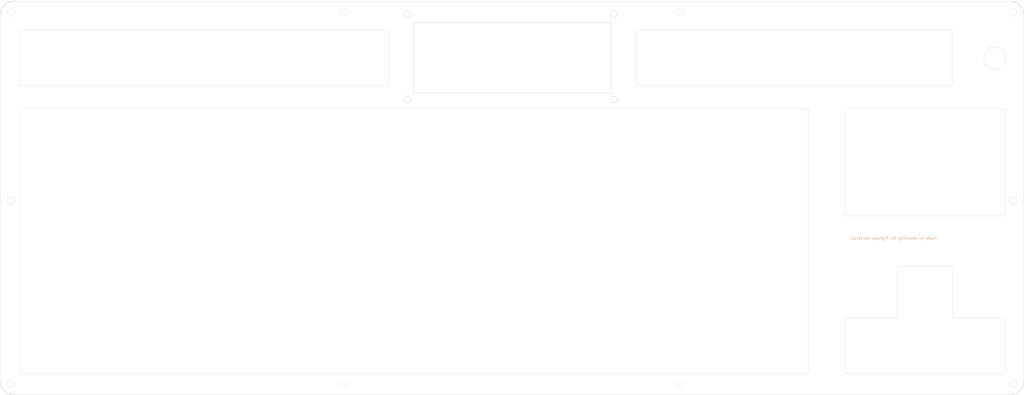
<source format=kicad_pcb>
(kicad_pcb
	(version 20241229)
	(generator "pcbnew")
	(generator_version "9.0")
	(general
		(thickness 1.6)
		(legacy_teardrops no)
	)
	(paper "A2")
	(layers
		(0 "F.Cu" signal)
		(2 "B.Cu" signal)
		(9 "F.Adhes" user "F.Adhesive")
		(11 "B.Adhes" user "B.Adhesive")
		(13 "F.Paste" user)
		(15 "B.Paste" user)
		(5 "F.SilkS" user "F.Silkscreen")
		(7 "B.SilkS" user "B.Silkscreen")
		(1 "F.Mask" user)
		(3 "B.Mask" user)
		(17 "Dwgs.User" user "User.Drawings")
		(19 "Cmts.User" user "User.Comments")
		(21 "Eco1.User" user "User.Eco1")
		(23 "Eco2.User" user "User.Eco2")
		(25 "Edge.Cuts" user)
		(27 "Margin" user)
		(31 "F.CrtYd" user "F.Courtyard")
		(29 "B.CrtYd" user "B.Courtyard")
		(35 "F.Fab" user)
		(33 "B.Fab" user)
		(39 "User.1" user)
		(41 "User.2" user)
		(43 "User.3" user)
		(45 "User.4" user)
		(47 "User.5" user)
		(49 "User.6" user)
		(51 "User.7" user)
		(53 "User.8" user)
		(55 "User.9" user)
	)
	(setup
		(stackup
			(layer "F.SilkS"
				(type "Top Silk Screen")
			)
			(layer "F.Paste"
				(type "Top Solder Paste")
			)
			(layer "F.Mask"
				(type "Top Solder Mask")
				(thickness 0.01)
			)
			(layer "F.Cu"
				(type "copper")
				(thickness 0.035)
			)
			(layer "dielectric 1"
				(type "core")
				(thickness 1.51)
				(material "FR4")
				(epsilon_r 4.5)
				(loss_tangent 0.02)
			)
			(layer "B.Cu"
				(type "copper")
				(thickness 0.035)
			)
			(layer "B.Mask"
				(type "Bottom Solder Mask")
				(thickness 0.01)
			)
			(layer "B.Paste"
				(type "Bottom Solder Paste")
			)
			(layer "B.SilkS"
				(type "Bottom Silk Screen")
			)
			(copper_finish "None")
			(dielectric_constraints no)
		)
		(pad_to_mask_clearance 0)
		(allow_soldermask_bridges_in_footprints no)
		(tenting front back)
		(pcbplotparams
			(layerselection 0x00000000_00000000_55555555_5755f5ff)
			(plot_on_all_layers_selection 0x00000000_00000000_00000000_00000000)
			(disableapertmacros no)
			(usegerberextensions no)
			(usegerberattributes no)
			(usegerberadvancedattributes no)
			(creategerberjobfile no)
			(dashed_line_dash_ratio 12.000000)
			(dashed_line_gap_ratio 3.000000)
			(svgprecision 4)
			(plotframeref no)
			(mode 1)
			(useauxorigin no)
			(hpglpennumber 1)
			(hpglpenspeed 20)
			(hpglpendiameter 15.000000)
			(pdf_front_fp_property_popups yes)
			(pdf_back_fp_property_popups yes)
			(pdf_metadata yes)
			(pdf_single_document no)
			(dxfpolygonmode yes)
			(dxfimperialunits yes)
			(dxfusepcbnewfont yes)
			(psnegative no)
			(psa4output no)
			(plot_black_and_white yes)
			(sketchpadsonfab no)
			(plotpadnumbers no)
			(hidednponfab no)
			(sketchdnponfab yes)
			(crossoutdnponfab yes)
			(subtractmaskfromsilk yes)
			(outputformat 1)
			(mirror no)
			(drillshape 0)
			(scaleselection 1)
			(outputdirectory "version2_top_plate_2")
		)
	)
	(net 0 "")
	(gr_rect
		(start 230.5 117.25)
		(end 310.5 153.25)
		(stroke
			(width 0.15)
			(type default)
		)
		(fill no)
		(layer "Dwgs.User")
		(uuid "6e7dc467-2238-46f9-bc1e-d21d6508a15a")
	)
	(gr_rect
		(start 235.5 123)
		(end 306.7 148.2)
		(stroke
			(width 0.15)
			(type solid)
		)
		(fill no)
		(layer "Dwgs.User")
		(uuid "8e5a9c96-a681-4a9e-9175-2d31d9c64bd0")
	)
	(gr_arc
		(start 450 230.25)
		(mid 450.176777 230.323223)
		(end 450.25 230.5)
		(stroke
			(width 0.1)
			(type default)
		)
		(layer "Edge.Cuts")
		(uuid "027c6267-dfa9-445b-ba85-30d2a4cca0f6")
	)
	(gr_circle
		(center 210 119)
		(end 211.35 119)
		(stroke
			(width 0.1)
			(type default)
		)
		(fill no)
		(layer "Edge.Cuts")
		(uuid "06a10b70-8a97-490c-827b-a3bfc444919c")
	)
	(gr_line
		(start 92.25 154)
		(end 378.5 154)
		(stroke
			(width 0.1)
			(type default)
		)
		(layer "Edge.Cuts")
		(uuid "078f1e75-3360-4aef-a042-5e6045ce53fb")
	)
	(gr_circle
		(center 210 254)
		(end 211.35 254)
		(stroke
			(width 0.1)
			(type default)
		)
		(fill no)
		(layer "Edge.Cuts")
		(uuid "091e34ed-7b76-4027-9b5f-27ad5faffb47")
	)
	(gr_arc
		(start 411 230)
		(mid 410.926777 230.176777)
		(end 410.75 230.25)
		(stroke
			(width 0.1)
			(type default)
		)
		(layer "Edge.Cuts")
		(uuid "0ba3dc6c-8362-4d93-b4ff-9ed2dc45c82e")
	)
	(gr_line
		(start 450.25 230.5)
		(end 450.25 250)
		(stroke
			(width 0.1)
			(type default)
		)
		(layer "Edge.Cuts")
		(uuid "0c3abcc1-afa8-4942-a76d-b52c555745b5")
	)
	(gr_arc
		(start 430.75 125.5)
		(mid 430.926777 125.573223)
		(end 431 125.75)
		(stroke
			(width 0.1)
			(type default)
		)
		(layer "Edge.Cuts")
		(uuid "0d3b544d-664e-406d-b882-745605f43d8b")
	)
	(gr_line
		(start 411 230)
		(end 411 211.5)
		(stroke
			(width 0.1)
			(type default)
		)
		(layer "Edge.Cuts")
		(uuid "11c2f42b-756b-4ce4-b22e-0849ccedf55b")
	)
	(gr_circle
		(center 453 254)
		(end 454.35 254)
		(stroke
			(width 0.1)
			(type default)
		)
		(fill no)
		(layer "Edge.Cuts")
		(uuid "11d0a3ab-eb70-431e-b1f9-e598c135c1cb")
	)
	(gr_arc
		(start 92.25 250.25)
		(mid 92.073223 250.176777)
		(end 92 250)
		(stroke
			(width 0.1)
			(type default)
		)
		(layer "Edge.Cuts")
		(uuid "11d9c664-64b3-47dd-95ef-a59227f10aac")
	)
	(gr_line
		(start 411.25 211.25)
		(end 431 211.25)
		(stroke
			(width 0.1)
			(type default)
		)
		(layer "Edge.Cuts")
		(uuid "1408183d-9dc2-49d8-9027-ac27ad88c1bf")
	)
	(gr_arc
		(start 92.25 145.5)
		(mid 92.073223 145.426777)
		(end 92 145.25)
		(stroke
			(width 0.1)
			(type default)
		)
		(layer "Edge.Cuts")
		(uuid "17b3525b-7238-4a3c-8e28-b4e5cccfdfe2")
	)
	(gr_line
		(start 431 125.75)
		(end 431 145.25)
		(stroke
			(width 0.1)
			(type default)
		)
		(layer "Edge.Cuts")
		(uuid "1a2b2c45-7445-49f7-8565-6c9d8c979a01")
	)
	(gr_line
		(start 316 145.25)
		(end 316 125.75)
		(stroke
			(width 0.1)
			(type default)
		)
		(layer "Edge.Cuts")
		(uuid "20bef1f9-8d3e-4d4a-bf8b-bf9694e91901")
	)
	(gr_arc
		(start 392.25 193)
		(mid 392.073223 192.926777)
		(end 392 192.75)
		(stroke
			(width 0.1)
			(type default)
		)
		(layer "Edge.Cuts")
		(uuid "20cecaff-93df-4a06-ad2e-5acacb160b9b")
	)
	(gr_arc
		(start 226.25 145.25)
		(mid 226.176777 145.426777)
		(end 226 145.5)
		(stroke
			(width 0.1)
			(type default)
		)
		(layer "Edge.Cuts")
		(uuid "225c06fa-2294-47bd-bc8e-c9af0406f37e")
	)
	(gr_line
		(start 457 253)
		(end 457 120.000002)
		(stroke
			(width 0.1)
			(type default)
		)
		(layer "Edge.Cuts")
		(uuid "243d3379-ddb0-4e92-9751-a680febec189")
	)
	(gr_arc
		(start 92 154.25)
		(mid 92.073223 154.073223)
		(end 92.25 154)
		(stroke
			(width 0.1)
			(type default)
		)
		(layer "Edge.Cuts")
		(uuid "2755c400-2850-4254-a5ab-ea0a65681ab4")
	)
	(gr_circle
		(center 308 150.75)
		(end 309.25 150.75)
		(stroke
			(width 0.15)
			(type default)
		)
		(fill no)
		(layer "Edge.Cuts")
		(uuid "29c0e158-fca9-461f-8abe-abd04e9697c6")
	)
	(gr_arc
		(start 235.35 148.4)
		(mid 235.173223 148.326777)
		(end 235.1 148.15)
		(stroke
			(width 0.15)
			(type default)
		)
		(layer "Edge.Cuts")
		(uuid "2bcb0d92-e974-4eb1-85fa-4ea9579901b2")
	)
	(gr_circle
		(center 332 254)
		(end 333.35 254)
		(stroke
			(width 0.1)
			(type default)
		)
		(fill no)
		(layer "Edge.Cuts")
		(uuid "322f77f4-5a5a-488a-acf4-19ad4c8c4f3f")
	)
	(gr_circle
		(center 89 119)
		(end 90.35 119)
		(stroke
			(width 0.1)
			(type default)
		)
		(fill no)
		(layer "Edge.Cuts")
		(uuid "3c773c95-856c-4571-a543-3809df0bd143")
	)
	(gr_arc
		(start 392 154.25)
		(mid 392.073223 154.073223)
		(end 392.25 154)
		(stroke
			(width 0.1)
			(type default)
		)
		(layer "Edge.Cuts")
		(uuid "46412e35-ed6f-4235-ac32-a6e709671b6f")
	)
	(gr_arc
		(start 235.1 123.05)
		(mid 235.173223 122.873223)
		(end 235.35 122.8)
		(stroke
			(width 0.15)
			(type default)
		)
		(layer "Edge.Cuts")
		(uuid "49b767ca-eeb7-4cc1-a60c-ade8e4859182")
	)
	(gr_line
		(start 235.1 148.15)
		(end 235.1 123.05)
		(stroke
			(width 0.15)
			(type default)
		)
		(layer "Edge.Cuts")
		(uuid "49ba61c1-f006-4fe5-8697-f0560ec9adee")
	)
	(gr_arc
		(start 316 125.75)
		(mid 316.073223 125.573223)
		(end 316.25 125.5)
		(stroke
			(width 0.1)
			(type default)
		)
		(layer "Edge.Cuts")
		(uuid "4e79bc7f-def5-4ef2-a55c-f244ca4651f5")
	)
	(gr_circle
		(center 446.5 135.6)
		(end 450.5 135.6)
		(stroke
			(width 0.1)
			(type default)
		)
		(fill no)
		(layer "Edge.Cuts")
		(uuid "4efd9036-85cc-41f8-b036-9a098df764da")
	)
	(gr_circle
		(center 308 119.75)
		(end 309.25 119.75)
		(stroke
			(width 0.15)
			(type default)
		)
		(fill no)
		(layer "Edge.Cuts")
		(uuid "51409592-812f-4a52-84fe-9ea32a6e773b")
	)
	(gr_arc
		(start 85 120)
		(mid 86.464466 116.464466)
		(end 90 115)
		(stroke
			(width 0.2)
			(type default)
		)
		(layer "Edge.Cuts")
		(uuid "584fa4f8-1836-480d-8d87-22c8cd10e40b")
	)
	(gr_line
		(start 85 120)
		(end 84.999999 253.000001)
		(stroke
			(width 0.1)
			(type default)
		)
		(layer "Edge.Cuts")
		(uuid "5858a221-d618-4d78-9073-7f96506dfc8f")
	)
	(gr_arc
		(start 457 253)
		(mid 455.535534 256.535534)
		(end 452 258)
		(stroke
			(width 0.2)
			(type default)
		)
		(layer "Edge.Cuts")
		(uuid "59a8668a-0caa-4a76-b87b-68410b4006d1")
	)
	(gr_line
		(start 226.25 125.75)
		(end 226.25 145.25)
		(stroke
			(width 0.1)
			(type default)
		)
		(layer "Edge.Cuts")
		(uuid "5e05b2c4-6cab-452b-9eb3-323e0ab2b086")
	)
	(gr_arc
		(start 392.25 250.25)
		(mid 392.073223 250.176777)
		(end 392 250)
		(stroke
			(width 0.1)
			(type default)
		)
		(layer "Edge.Cuts")
		(uuid "622dbd65-cac1-408c-bd58-c74b4793d6d9")
	)
	(gr_arc
		(start 378.75 250)
		(mid 378.676777 250.176777)
		(end 378.5 250.25)
		(stroke
			(width 0.1)
			(type default)
		)
		(layer "Edge.Cuts")
		(uuid "6cc0ad85-33e1-4b56-8507-2468d1cbcde6")
	)
	(gr_arc
		(start 89.999999 258.000001)
		(mid 86.464465 256.535535)
		(end 84.999999 253.000001)
		(stroke
			(width 0.2)
			(type default)
		)
		(layer "Edge.Cuts")
		(uuid "6ce4b381-67cb-4f56-9bf4-6f0821a53d36")
	)
	(gr_circle
		(center 233 119.75)
		(end 234.25 119.75)
		(stroke
			(width 0.15)
			(type default)
		)
		(fill no)
		(layer "Edge.Cuts")
		(uuid "6dc87fec-f6bf-4a58-a0db-fb09fbdbdd4d")
	)
	(gr_arc
		(start 316.25 145.5)
		(mid 316.073223 145.426777)
		(end 316 145.25)
		(stroke
			(width 0.1)
			(type default)
		)
		(layer "Edge.Cuts")
		(uuid "6eafde49-877a-4357-a0ee-23ec3f28e8c1")
	)
	(gr_line
		(start 92 250)
		(end 92 154.25)
		(stroke
			(width 0.1)
			(type default)
		)
		(layer "Edge.Cuts")
		(uuid "746ffd78-3064-4c27-87ec-201dedb642eb")
	)
	(gr_line
		(start 392.25 154)
		(end 450 154)
		(stroke
			(width 0.1)
			(type default)
		)
		(layer "Edge.Cuts")
		(uuid "82f63b8b-0f25-4ae0-82e0-333cf674c919")
	)
	(gr_arc
		(start 452 115.000002)
		(mid 455.535533 116.464468)
		(end 457 120.000002)
		(stroke
			(width 0.2)
			(type default)
		)
		(layer "Edge.Cuts")
		(uuid "83f20130-c950-4b58-9b39-39d20de397cf")
	)
	(gr_line
		(start 226 145.5)
		(end 92.25 145.5)
		(stroke
			(width 0.1)
			(type default)
		)
		(layer "Edge.Cuts")
		(uuid "8ba0924d-76d9-402c-8acc-0a1a104b02d3")
	)
	(gr_arc
		(start 450.25 192.75)
		(mid 450.176777 192.926777)
		(end 450 193)
		(stroke
			(width 0.1)
			(type default)
		)
		(layer "Edge.Cuts")
		(uuid "94456f01-cc65-4fbd-b131-017cc3531364")
	)
	(gr_circle
		(center 89 187.5)
		(end 90.35 187.5)
		(stroke
			(width 0.1)
			(type default)
		)
		(fill no)
		(layer "Edge.Cuts")
		(uuid "9be48752-cb1b-4e0d-b7e1-3a29246d92cc")
	)
	(gr_arc
		(start 431 211.25)
		(mid 431.176777 211.323223)
		(end 431.25 211.5)
		(stroke
			(width 0.1)
			(type default)
		)
		(layer "Edge.Cuts")
		(uuid "9e0cf9a6-be21-4e6d-b3b2-2ec5f01e6f9f")
	)
	(gr_arc
		(start 411 211.5)
		(mid 411.073223 211.323223)
		(end 411.25 211.25)
		(stroke
			(width 0.1)
			(type default)
		)
		(layer "Edge.Cuts")
		(uuid "9ec38b2b-e9b5-4f9b-8203-3d669bce60a5")
	)
	(gr_line
		(start 431.25 211.5)
		(end 431.25 230)
		(stroke
			(width 0.1)
			(type default)
		)
		(layer "Edge.Cuts")
		(uuid "a06ed5c5-f15a-4f85-833d-c8db9db81b5d")
	)
	(gr_line
		(start 378.75 154.25)
		(end 378.75 250)
		(stroke
			(width 0.1)
			(type default)
		)
		(layer "Edge.Cuts")
		(uuid "a14df498-59ae-41aa-8219-86aad1408967")
	)
	(gr_line
		(start 306.85 148.4)
		(end 235.35 148.4)
		(stroke
			(width 0.15)
			(type default)
		)
		(layer "Edge.Cuts")
		(uuid "a28c6a31-a111-4a17-b10a-e5148cdf5842")
	)
	(gr_line
		(start 450 250.25)
		(end 392.25 250.25)
		(stroke
			(width 0.1)
			(type default)
		)
		(layer "Edge.Cuts")
		(uuid "b2fa5df9-493c-44df-aa34-c7f326d7cbaf")
	)
	(gr_line
		(start 450.25 154.25)
		(end 450.25 192.75)
		(stroke
			(width 0.1)
			(type default)
		)
		(layer "Edge.Cuts")
		(uuid "b7619dca-4bf0-4be1-8fb5-bc3a09a87a5c")
	)
	(gr_line
		(start 92 145.25)
		(end 92 125.75)
		(stroke
			(width 0.1)
			(type default)
		)
		(layer "Edge.Cuts")
		(uuid "bc6f4121-f6cd-465e-9a97-514b5d10c34e")
	)
	(gr_line
		(start 378.5 250.25)
		(end 92.25 250.25)
		(stroke
			(width 0.1)
			(type default)
		)
		(layer "Edge.Cuts")
		(uuid "bcfbadfc-3ce5-4586-b6e9-23e51adb9280")
	)
	(gr_arc
		(start 307.1 148.15)
		(mid 307.026777 148.326777)
		(end 306.85 148.4)
		(stroke
			(width 0.15)
			(type default)
		)
		(layer "Edge.Cuts")
		(uuid "bdf8e98b-c2dc-4d1c-b2af-e1bed47af70b")
	)
	(gr_arc
		(start 450 154)
		(mid 450.176777 154.073223)
		(end 450.25 154.25)
		(stroke
			(width 0.1)
			(type default)
		)
		(layer "Edge.Cuts")
		(uuid "be4fef10-38ab-49ca-bbf7-1669ba89c6fc")
	)
	(gr_circle
		(center 233 150.75)
		(end 234.25 150.75)
		(stroke
			(width 0.15)
			(type default)
		)
		(fill no)
		(layer "Edge.Cuts")
		(uuid "be6f683f-e565-4101-b223-38723189ed47")
	)
	(gr_line
		(start 89.999999 258.000001)
		(end 452 258)
		(stroke
			(width 0.1)
			(type default)
		)
		(layer "Edge.Cuts")
		(uuid "c1dd286d-3560-495a-b741-b693fabddce1")
	)
	(gr_circle
		(center 332 119)
		(end 333.35 119)
		(stroke
			(width 0.1)
			(type default)
		)
		(fill no)
		(layer "Edge.Cuts")
		(uuid "c325f8e5-535e-4522-9735-4f1b8ab515f9")
	)
	(gr_line
		(start 450 193)
		(end 392.25 193)
		(stroke
			(width 0.1)
			(type default)
		)
		(layer "Edge.Cuts")
		(uuid "c3562f96-ff45-4f31-bb49-6ae89e3b573d")
	)
	(gr_arc
		(start 378.5 154)
		(mid 378.676777 154.073223)
		(end 378.75 154.25)
		(stroke
			(width 0.1)
			(type default)
		)
		(layer "Edge.Cuts")
		(uuid "ca5582a9-8f1e-490a-8a1f-f5692e81c286")
	)
	(gr_line
		(start 431.5 230.25)
		(end 450 230.25)
		(stroke
			(width 0.1)
			(type default)
		)
		(layer "Edge.Cuts")
		(uuid "cbac9c3c-8d12-43f7-9d52-caa3236f45c3")
	)
	(gr_line
		(start 392.25 230.25)
		(end 410.75 230.25)
		(stroke
			(width 0.1)
			(type default)
		)
		(layer "Edge.Cuts")
		(uuid "cc469a74-0867-4ed0-8baf-843d2931f3ce")
	)
	(gr_circle
		(center 453 187.5)
		(end 454.35 187.5)
		(stroke
			(width 0.1)
			(type default)
		)
		(fill no)
		(layer "Edge.Cuts")
		(uuid "d1e39724-4723-41c3-a59e-2a70ccac1c9e")
	)
	(gr_line
		(start 430.75 145.5)
		(end 316.25 145.5)
		(stroke
			(width 0.1)
			(type default)
		)
		(layer "Edge.Cuts")
		(uuid "d5cc8cb1-0d16-4a3f-b3bb-677c3ecf2917")
	)
	(gr_arc
		(start 306.85 122.8)
		(mid 307.026777 122.873223)
		(end 307.1 123.05)
		(stroke
			(width 0.15)
			(type default)
		)
		(layer "Edge.Cuts")
		(uuid "d869e3bc-7fe3-40e3-a6a8-262b9f5c9b4b")
	)
	(gr_arc
		(start 431.5 230.25)
		(mid 431.323223 230.176777)
		(end 431.25 230)
		(stroke
			(width 0.1)
			(type default)
		)
		(layer "Edge.Cuts")
		(uuid "d8fc491f-c5d1-424d-a13f-8d1db232afb5")
	)
	(gr_line
		(start 307.1 123.05)
		(end 307.1 148.15)
		(stroke
			(width 0.15)
			(type default)
		)
		(layer "Edge.Cuts")
		(uuid "de995b3c-5fb9-4708-b641-a01d57689167")
	)
	(gr_arc
		(start 392 230.5)
		(mid 392.073223 230.323223)
		(end 392.25 230.25)
		(stroke
			(width 0.1)
			(type default)
		)
		(layer "Edge.Cuts")
		(uuid "deddc0f7-671a-460b-b1c5-971ce0574726")
	)
	(gr_arc
		(start 431 145.25)
		(mid 430.926777 145.426777)
		(end 430.75 145.5)
		(stroke
			(width 0.1)
			(type default)
		)
		(layer "Edge.Cuts")
		(uuid "e2036a09-8228-4e8a-bafc-e166e783f5ac")
	)
	(gr_line
		(start 235.35 122.8)
		(end 306.85 122.8)
		(stroke
			(width 0.15)
			(type default)
		)
		(layer "Edge.Cuts")
		(uuid "e36ece8d-b1d6-4791-8368-ba689a94131a")
	)
	(gr_arc
		(start 92 125.75)
		(mid 92.073223 125.573223)
		(end 92.25 125.5)
		(stroke
			(width 0.1)
			(type default)
		)
		(layer "Edge.Cuts")
		(uuid "e477300c-0b83-4c61-b1fe-62137d87fd9e")
	)
	(gr_line
		(start 316.25 125.5)
		(end 430.75 125.5)
		(stroke
			(width 0.1)
			(type default)
		)
		(layer "Edge.Cuts")
		(uuid "e524d456-d7dd-4085-b113-f8d9aadccf48")
	)
	(gr_circle
		(center 89 254)
		(end 90.35 254)
		(stroke
			(width 0.1)
			(type default)
		)
		(fill no)
		(layer "Edge.Cuts")
		(uuid "e7b45a7b-adbc-4a8b-aa2a-b96440d3f066")
	)
	(gr_circle
		(center 453 119)
		(end 454.35 119)
		(stroke
			(width 0.1)
			(type default)
		)
		(fill no)
		(layer "Edge.Cuts")
		(uuid "e8370f1f-e5b7-48db-9d7e-822e0cbfb850")
	)
	(gr_line
		(start 452 115.000002)
		(end 90 115)
		(stroke
			(width 0.1)
			(type default)
		)
		(layer "Edge.Cuts")
		(uuid "e913c0ad-d489-4182-b1ae-d35d128b09b7")
	)
	(gr_line
		(start 392 250)
		(end 392 230.5)
		(stroke
			(width 0.1)
			(type default)
		)
		(layer "Edge.Cuts")
		(uuid "eb6f122f-b5fb-482f-8245-f0980f2196d7")
	)
	(gr_line
		(start 392 192.75)
		(end 392 154.25)
		(stroke
			(width 0.1)
			(type default)
		)
		(layer "Edge.Cuts")
		(uuid "f30945c7-d2d7-43bc-bba7-f090ef9b50a0")
	)
	(gr_arc
		(start 450.25 250)
		(mid 450.176777 250.176777)
		(end 450 250.25)
		(stroke
			(width 0.1)
			(type default)
		)
		(layer "Edge.Cuts")
		(uuid "f6245c09-0408-40b1-b21e-b85481d2d565")
	)
	(gr_arc
		(start 226 125.5)
		(mid 226.176777 125.573223)
		(end 226.25 125.75)
		(stroke
			(width 0.1)
			(type default)
		)
		(layer "Edge.Cuts")
		(uuid "f9008ae4-5e27-44d2-8a2e-a41f7190d4c8")
	)
	(gr_line
		(start 92.25 125.5)
		(end 226 125.5)
		(stroke
			(width 0.1)
			(type default)
		)
		(layer "Edge.Cuts")
		(uuid "fff79179-dcf8-4a1b-8412-26a00772b8c2")
	)
	(gr_text "made by adarshdg for highway hackclub"
		(at 425.5 201.7 0)
		(layer "B.SilkS")
		(uuid "bac856cd-608d-4286-a2db-8e8524153fe8")
		(effects
			(font
				(size 1 1)
				(thickness 0.15)
			)
			(justify left bottom mirror)
		)
	)
	(gr_text "71.2 x 25.2 (LCD Bevel (OLED version))"
		(at 267.5 122 0)
		(layer "Dwgs.User")
		(uuid "7d0d1021-47ce-4158-b661-0b65efff1ac6")
		(effects
			(font
				(size 1 1)
				(thickness 0.15)
			)
			(justify left bottom)
		)
	)
	(gr_text "80 x 36 (LCD PCB)"
		(at 242.5 116 0)
		(layer "Dwgs.User")
		(uuid "8e1a7c6b-e741-49d6-9eef-b16bb52fd8d3")
		(effects
			(font
				(size 1 1)
				(thickness 0.15)
			)
			(justify left bottom)
		)
	)
	(embedded_fonts no)
)

</source>
